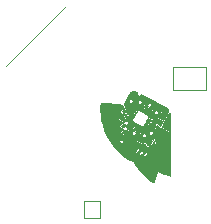
<source format=gbr>
%TF.GenerationSoftware,KiCad,Pcbnew,8.0.2*%
%TF.CreationDate,2024-07-18T23:51:49-05:00*%
%TF.ProjectId,MT6701,4d543637-3031-42e6-9b69-6361645f7063,rev?*%
%TF.SameCoordinates,Original*%
%TF.FileFunction,Legend,Bot*%
%TF.FilePolarity,Positive*%
%FSLAX46Y46*%
G04 Gerber Fmt 4.6, Leading zero omitted, Abs format (unit mm)*
G04 Created by KiCad (PCBNEW 8.0.2) date 2024-07-18 23:51:49*
%MOMM*%
%LPD*%
G01*
G04 APERTURE LIST*
G04 Aperture macros list*
%AMRoundRect*
0 Rectangle with rounded corners*
0 $1 Rounding radius*
0 $2 $3 $4 $5 $6 $7 $8 $9 X,Y pos of 4 corners*
0 Add a 4 corners polygon primitive as box body*
4,1,4,$2,$3,$4,$5,$6,$7,$8,$9,$2,$3,0*
0 Add four circle primitives for the rounded corners*
1,1,$1+$1,$2,$3*
1,1,$1+$1,$4,$5*
1,1,$1+$1,$6,$7*
1,1,$1+$1,$8,$9*
0 Add four rect primitives between the rounded corners*
20,1,$1+$1,$2,$3,$4,$5,0*
20,1,$1+$1,$4,$5,$6,$7,0*
20,1,$1+$1,$6,$7,$8,$9,0*
20,1,$1+$1,$8,$9,$2,$3,0*%
%AMFreePoly0*
4,1,6,1.000000,0.000000,0.500000,-0.750000,-0.500000,-0.750000,-0.500000,0.750000,0.500000,0.750000,1.000000,0.000000,1.000000,0.000000,$1*%
%AMFreePoly1*
4,1,6,0.500000,-0.750000,-0.650000,-0.750000,-0.150000,0.000000,-0.650000,0.750000,0.500000,0.750000,0.500000,-0.750000,0.500000,-0.750000,$1*%
G04 Aperture macros list end*
%ADD10C,0.010000*%
%ADD11C,0.120000*%
%ADD12C,0.050000*%
%ADD13O,7.000000X4.000000*%
%ADD14O,4.000000X7.000000*%
%ADD15R,1.000000X1.000000*%
%ADD16FreePoly0,180.000000*%
%ADD17FreePoly1,180.000000*%
%ADD18RoundRect,0.150000X0.388909X-0.601041X0.601041X-0.388909X-0.388909X0.601041X-0.601041X0.388909X0*%
%ADD19RoundRect,0.250000X0.601041X-0.954594X0.954594X-0.601041X-0.601041X0.954594X-0.954594X0.601041X0*%
G04 APERTURE END LIST*
D10*
%TO.C,G\u002A\u002A\u002A*%
X150212024Y-149119710D02*
X150201441Y-149130294D01*
X150190857Y-149119710D01*
X150201441Y-149109127D01*
X150212024Y-149119710D01*
G36*
X150212024Y-149119710D02*
G01*
X150201441Y-149130294D01*
X150190857Y-149119710D01*
X150201441Y-149109127D01*
X150212024Y-149119710D01*
G37*
X152519191Y-148929210D02*
X152508607Y-148939794D01*
X152498024Y-148929210D01*
X152508607Y-148918627D01*
X152519191Y-148929210D01*
G36*
X152519191Y-148929210D02*
G01*
X152508607Y-148939794D01*
X152498024Y-148929210D01*
X152508607Y-148918627D01*
X152519191Y-148929210D01*
G37*
X152730857Y-148548210D02*
X152720274Y-148558794D01*
X152709691Y-148548210D01*
X152720274Y-148537627D01*
X152730857Y-148548210D01*
G36*
X152730857Y-148548210D02*
G01*
X152720274Y-148558794D01*
X152709691Y-148548210D01*
X152720274Y-148537627D01*
X152730857Y-148548210D01*
G37*
X152836691Y-148357710D02*
X152826107Y-148368294D01*
X152815524Y-148357710D01*
X152826107Y-148347127D01*
X152836691Y-148357710D01*
G36*
X152836691Y-148357710D02*
G01*
X152826107Y-148368294D01*
X152815524Y-148357710D01*
X152826107Y-148347127D01*
X152836691Y-148357710D01*
G37*
X149972498Y-148290428D02*
X150014166Y-148311719D01*
X150083069Y-148350184D01*
X150130511Y-148381181D01*
X150148053Y-148399469D01*
X150138139Y-148426507D01*
X150111012Y-148468445D01*
X150074441Y-148515681D01*
X149729823Y-148338031D01*
X149531715Y-148375962D01*
X149486821Y-148384568D01*
X149397298Y-148401787D01*
X149324237Y-148415916D01*
X149280198Y-148424529D01*
X149270367Y-148426141D01*
X149236151Y-148422145D01*
X149202383Y-148395898D01*
X149158489Y-148340061D01*
X149130927Y-148300564D01*
X149101582Y-148254964D01*
X149090191Y-148231910D01*
X149094465Y-148230260D01*
X149124500Y-148241135D01*
X149173809Y-148266988D01*
X149257428Y-148315112D01*
X149526950Y-148259120D01*
X149796473Y-148203128D01*
X149972498Y-148290428D01*
G36*
X149972498Y-148290428D02*
G01*
X150014166Y-148311719D01*
X150083069Y-148350184D01*
X150130511Y-148381181D01*
X150148053Y-148399469D01*
X150138139Y-148426507D01*
X150111012Y-148468445D01*
X150074441Y-148515681D01*
X149729823Y-148338031D01*
X149531715Y-148375962D01*
X149486821Y-148384568D01*
X149397298Y-148401787D01*
X149324237Y-148415916D01*
X149280198Y-148424529D01*
X149270367Y-148426141D01*
X149236151Y-148422145D01*
X149202383Y-148395898D01*
X149158489Y-148340061D01*
X149130927Y-148300564D01*
X149101582Y-148254964D01*
X149090191Y-148231910D01*
X149094465Y-148230260D01*
X149124500Y-148241135D01*
X149173809Y-148266988D01*
X149257428Y-148315112D01*
X149526950Y-148259120D01*
X149796473Y-148203128D01*
X149972498Y-148290428D01*
G37*
X152749281Y-147776947D02*
X152793242Y-147799311D01*
X152845633Y-147840442D01*
X152893032Y-147888752D01*
X152922016Y-147932650D01*
X152924088Y-147937995D01*
X152940069Y-148032077D01*
X152928001Y-148138649D01*
X152889607Y-148241294D01*
X152869473Y-148276865D01*
X152846844Y-148310038D01*
X152837647Y-148313300D01*
X152835377Y-148307128D01*
X152807148Y-148281783D01*
X152757215Y-148254218D01*
X152731680Y-148241785D01*
X152693101Y-148213196D01*
X152666684Y-148170091D01*
X152642421Y-148098930D01*
X152638876Y-148086917D01*
X152621819Y-148022960D01*
X152618557Y-147978805D01*
X152630424Y-147936366D01*
X152658753Y-147877554D01*
X152681138Y-147838008D01*
X152714698Y-147793105D01*
X152740173Y-147775627D01*
X152749281Y-147776947D01*
G36*
X152749281Y-147776947D02*
G01*
X152793242Y-147799311D01*
X152845633Y-147840442D01*
X152893032Y-147888752D01*
X152922016Y-147932650D01*
X152924088Y-147937995D01*
X152940069Y-148032077D01*
X152928001Y-148138649D01*
X152889607Y-148241294D01*
X152869473Y-148276865D01*
X152846844Y-148310038D01*
X152837647Y-148313300D01*
X152835377Y-148307128D01*
X152807148Y-148281783D01*
X152757215Y-148254218D01*
X152731680Y-148241785D01*
X152693101Y-148213196D01*
X152666684Y-148170091D01*
X152642421Y-148098930D01*
X152638876Y-148086917D01*
X152621819Y-148022960D01*
X152618557Y-147978805D01*
X152630424Y-147936366D01*
X152658753Y-147877554D01*
X152681138Y-147838008D01*
X152714698Y-147793105D01*
X152740173Y-147775627D01*
X152749281Y-147776947D01*
G37*
X149874200Y-148516884D02*
X150043359Y-148601936D01*
X150010731Y-148665031D01*
X150007934Y-148670349D01*
X149982504Y-148711327D01*
X149964806Y-148728127D01*
X149964071Y-148728052D01*
X149937684Y-148716885D01*
X149885863Y-148690450D01*
X149819035Y-148654044D01*
X149744469Y-148617004D01*
X149675069Y-148590540D01*
X149626501Y-148580722D01*
X149594348Y-148583741D01*
X149525082Y-148594602D01*
X149434765Y-148611461D01*
X149334732Y-148632313D01*
X149252588Y-148649410D01*
X149170848Y-148664273D01*
X149112187Y-148672430D01*
X149085679Y-148672422D01*
X149078460Y-148666127D01*
X149081679Y-148641406D01*
X149118877Y-148610507D01*
X149184589Y-148576021D01*
X149273350Y-148540538D01*
X149379694Y-148506647D01*
X149498157Y-148476940D01*
X149705040Y-148431832D01*
X149874200Y-148516884D01*
G36*
X149874200Y-148516884D02*
G01*
X150043359Y-148601936D01*
X150010731Y-148665031D01*
X150007934Y-148670349D01*
X149982504Y-148711327D01*
X149964806Y-148728127D01*
X149964071Y-148728052D01*
X149937684Y-148716885D01*
X149885863Y-148690450D01*
X149819035Y-148654044D01*
X149744469Y-148617004D01*
X149675069Y-148590540D01*
X149626501Y-148580722D01*
X149594348Y-148583741D01*
X149525082Y-148594602D01*
X149434765Y-148611461D01*
X149334732Y-148632313D01*
X149252588Y-148649410D01*
X149170848Y-148664273D01*
X149112187Y-148672430D01*
X149085679Y-148672422D01*
X149078460Y-148666127D01*
X149081679Y-148641406D01*
X149118877Y-148610507D01*
X149184589Y-148576021D01*
X149273350Y-148540538D01*
X149379694Y-148506647D01*
X149498157Y-148476940D01*
X149705040Y-148431832D01*
X149874200Y-148516884D01*
G37*
X153053778Y-148266956D02*
X153066881Y-148272205D01*
X153072050Y-148273911D01*
X153082792Y-148279366D01*
X153091404Y-148290070D01*
X153098121Y-148310144D01*
X153103179Y-148343707D01*
X153106812Y-148394880D01*
X153109256Y-148467785D01*
X153110747Y-148566540D01*
X153111521Y-148695267D01*
X153111812Y-148858087D01*
X153111857Y-149059119D01*
X153111857Y-149831759D01*
X152947816Y-149741395D01*
X152913274Y-149722323D01*
X152791176Y-149654213D01*
X152676067Y-149589008D01*
X152573971Y-149530202D01*
X152490913Y-149481289D01*
X152432915Y-149445763D01*
X152406002Y-149427118D01*
X152405505Y-149424143D01*
X152416392Y-149391797D01*
X152444812Y-149328625D01*
X152488405Y-149239373D01*
X152544812Y-149128786D01*
X152611676Y-149001609D01*
X152686635Y-148862588D01*
X152764466Y-148719815D01*
X152839762Y-148581700D01*
X152898842Y-148473962D01*
X152944033Y-148392990D01*
X152977661Y-148335171D01*
X153002052Y-148296894D01*
X153019533Y-148274545D01*
X153032430Y-148264514D01*
X153043069Y-148263189D01*
X153053778Y-148266956D01*
G36*
X153053778Y-148266956D02*
G01*
X153066881Y-148272205D01*
X153072050Y-148273911D01*
X153082792Y-148279366D01*
X153091404Y-148290070D01*
X153098121Y-148310144D01*
X153103179Y-148343707D01*
X153106812Y-148394880D01*
X153109256Y-148467785D01*
X153110747Y-148566540D01*
X153111521Y-148695267D01*
X153111812Y-148858087D01*
X153111857Y-149059119D01*
X153111857Y-149831759D01*
X152947816Y-149741395D01*
X152913274Y-149722323D01*
X152791176Y-149654213D01*
X152676067Y-149589008D01*
X152573971Y-149530202D01*
X152490913Y-149481289D01*
X152432915Y-149445763D01*
X152406002Y-149427118D01*
X152405505Y-149424143D01*
X152416392Y-149391797D01*
X152444812Y-149328625D01*
X152488405Y-149239373D01*
X152544812Y-149128786D01*
X152611676Y-149001609D01*
X152686635Y-148862588D01*
X152764466Y-148719815D01*
X152839762Y-148581700D01*
X152898842Y-148473962D01*
X152944033Y-148392990D01*
X152977661Y-148335171D01*
X153002052Y-148296894D01*
X153019533Y-148274545D01*
X153032430Y-148264514D01*
X153043069Y-148263189D01*
X153053778Y-148266956D01*
G37*
X149778795Y-148733207D02*
X149816123Y-148751774D01*
X149871541Y-148782060D01*
X149899618Y-148805947D01*
X149907814Y-148831397D01*
X149903587Y-148866367D01*
X149901201Y-148917569D01*
X149924656Y-148959618D01*
X149943666Y-148978052D01*
X149958024Y-149002126D01*
X149957974Y-149003249D01*
X149947108Y-149034353D01*
X149921873Y-149084934D01*
X149888968Y-149143543D01*
X149855092Y-149198731D01*
X149826942Y-149239048D01*
X149811218Y-149253047D01*
X149789531Y-149242445D01*
X149740295Y-149217078D01*
X149675840Y-149183210D01*
X149610204Y-149144836D01*
X149568503Y-149108598D01*
X149555907Y-149074940D01*
X149554082Y-149057265D01*
X149526750Y-148995945D01*
X149476985Y-148941480D01*
X149418174Y-148909910D01*
X149376147Y-148906318D01*
X149301994Y-148929923D01*
X149236152Y-148987408D01*
X149229949Y-148995023D01*
X149213596Y-149009340D01*
X149193615Y-149009995D01*
X149162767Y-148993646D01*
X149113818Y-148956948D01*
X149039529Y-148896558D01*
X148971240Y-148839646D01*
X148923726Y-148796399D01*
X148900730Y-148767739D01*
X148897585Y-148747694D01*
X148909624Y-148730289D01*
X148912817Y-148727146D01*
X148937617Y-148710478D01*
X148967743Y-148713883D01*
X149018497Y-148738517D01*
X149094609Y-148779506D01*
X149641703Y-148665604D01*
X149778795Y-148733207D01*
G36*
X149778795Y-148733207D02*
G01*
X149816123Y-148751774D01*
X149871541Y-148782060D01*
X149899618Y-148805947D01*
X149907814Y-148831397D01*
X149903587Y-148866367D01*
X149901201Y-148917569D01*
X149924656Y-148959618D01*
X149943666Y-148978052D01*
X149958024Y-149002126D01*
X149957974Y-149003249D01*
X149947108Y-149034353D01*
X149921873Y-149084934D01*
X149888968Y-149143543D01*
X149855092Y-149198731D01*
X149826942Y-149239048D01*
X149811218Y-149253047D01*
X149789531Y-149242445D01*
X149740295Y-149217078D01*
X149675840Y-149183210D01*
X149610204Y-149144836D01*
X149568503Y-149108598D01*
X149555907Y-149074940D01*
X149554082Y-149057265D01*
X149526750Y-148995945D01*
X149476985Y-148941480D01*
X149418174Y-148909910D01*
X149376147Y-148906318D01*
X149301994Y-148929923D01*
X149236152Y-148987408D01*
X149229949Y-148995023D01*
X149213596Y-149009340D01*
X149193615Y-149009995D01*
X149162767Y-148993646D01*
X149113818Y-148956948D01*
X149039529Y-148896558D01*
X148971240Y-148839646D01*
X148923726Y-148796399D01*
X148900730Y-148767739D01*
X148897585Y-148747694D01*
X148909624Y-148730289D01*
X148912817Y-148727146D01*
X148937617Y-148710478D01*
X148967743Y-148713883D01*
X149018497Y-148738517D01*
X149094609Y-148779506D01*
X149641703Y-148665604D01*
X149778795Y-148733207D01*
G37*
X150074039Y-149052283D02*
X150115778Y-149070191D01*
X150152596Y-149091724D01*
X150169691Y-149112301D01*
X150161142Y-149134093D01*
X150135571Y-149185614D01*
X150097068Y-149258434D01*
X150049773Y-149344536D01*
X149929856Y-149559226D01*
X149773608Y-149630430D01*
X149617360Y-149701635D01*
X149533692Y-149658951D01*
X149504251Y-149642639D01*
X149462217Y-149606586D01*
X149450024Y-149565511D01*
X149446188Y-149515986D01*
X149419873Y-149457177D01*
X149361734Y-149414170D01*
X149324958Y-149399655D01*
X149246684Y-149398985D01*
X149172884Y-149439991D01*
X149165785Y-149445786D01*
X149139304Y-149456766D01*
X149101990Y-149450612D01*
X149040592Y-149425914D01*
X149004389Y-149409512D01*
X148959542Y-149387678D01*
X148942024Y-149376802D01*
X148943444Y-149374969D01*
X148967687Y-149354763D01*
X149015740Y-149317798D01*
X149079507Y-149270344D01*
X149216991Y-149169397D01*
X149272862Y-149213345D01*
X149318226Y-149241517D01*
X149392156Y-149255109D01*
X149461853Y-149227236D01*
X149472983Y-149219915D01*
X149497778Y-149212449D01*
X149531382Y-149218355D01*
X149583152Y-149240099D01*
X149662448Y-149280153D01*
X149688995Y-149293784D01*
X149761610Y-149329189D01*
X149817785Y-149353863D01*
X149847110Y-149363127D01*
X149853005Y-149360572D01*
X149879607Y-149331344D01*
X149917115Y-149276385D01*
X149959390Y-149204377D01*
X149975699Y-149174903D01*
X150013412Y-149108784D01*
X150041278Y-149062841D01*
X150054191Y-149045627D01*
X150074039Y-149052283D01*
G36*
X150074039Y-149052283D02*
G01*
X150115778Y-149070191D01*
X150152596Y-149091724D01*
X150169691Y-149112301D01*
X150161142Y-149134093D01*
X150135571Y-149185614D01*
X150097068Y-149258434D01*
X150049773Y-149344536D01*
X149929856Y-149559226D01*
X149773608Y-149630430D01*
X149617360Y-149701635D01*
X149533692Y-149658951D01*
X149504251Y-149642639D01*
X149462217Y-149606586D01*
X149450024Y-149565511D01*
X149446188Y-149515986D01*
X149419873Y-149457177D01*
X149361734Y-149414170D01*
X149324958Y-149399655D01*
X149246684Y-149398985D01*
X149172884Y-149439991D01*
X149165785Y-149445786D01*
X149139304Y-149456766D01*
X149101990Y-149450612D01*
X149040592Y-149425914D01*
X149004389Y-149409512D01*
X148959542Y-149387678D01*
X148942024Y-149376802D01*
X148943444Y-149374969D01*
X148967687Y-149354763D01*
X149015740Y-149317798D01*
X149079507Y-149270344D01*
X149216991Y-149169397D01*
X149272862Y-149213345D01*
X149318226Y-149241517D01*
X149392156Y-149255109D01*
X149461853Y-149227236D01*
X149472983Y-149219915D01*
X149497778Y-149212449D01*
X149531382Y-149218355D01*
X149583152Y-149240099D01*
X149662448Y-149280153D01*
X149688995Y-149293784D01*
X149761610Y-149329189D01*
X149817785Y-149353863D01*
X149847110Y-149363127D01*
X149853005Y-149360572D01*
X149879607Y-149331344D01*
X149917115Y-149276385D01*
X149959390Y-149204377D01*
X149975699Y-149174903D01*
X150013412Y-149108784D01*
X150041278Y-149062841D01*
X150054191Y-149045627D01*
X150074039Y-149052283D01*
G37*
X151358811Y-148763775D02*
X151488557Y-148839817D01*
X151765749Y-148775937D01*
X152042941Y-148712056D01*
X152244024Y-148818158D01*
X152308456Y-148852513D01*
X152385287Y-148894511D01*
X152442760Y-148927160D01*
X152471773Y-148945374D01*
X152479979Y-148964050D01*
X152472290Y-149000138D01*
X152446403Y-149059707D01*
X152400143Y-149148932D01*
X152351949Y-149236949D01*
X152308344Y-149311888D01*
X152280774Y-149351869D01*
X152267982Y-149358660D01*
X152268713Y-149334033D01*
X152266501Y-149315515D01*
X152243648Y-149287201D01*
X152193012Y-149250785D01*
X152109132Y-149201741D01*
X152075148Y-149183242D01*
X152000376Y-149145314D01*
X151941175Y-149119034D01*
X151908049Y-149109236D01*
X151875123Y-149113444D01*
X151810099Y-149124948D01*
X151722537Y-149141981D01*
X151621885Y-149162774D01*
X151370163Y-149216204D01*
X151219718Y-149127765D01*
X151196553Y-149114124D01*
X151130122Y-149074720D01*
X151081932Y-149045705D01*
X151061133Y-149032571D01*
X151060573Y-149031836D01*
X151063749Y-149006925D01*
X151079746Y-148961228D01*
X151106500Y-148896639D01*
X151265689Y-148984007D01*
X151424879Y-149071376D01*
X151692841Y-149013256D01*
X151960803Y-148955137D01*
X152161251Y-149063195D01*
X152191470Y-149079446D01*
X152270688Y-149120967D01*
X152322444Y-149144769D01*
X152354044Y-149153101D01*
X152372794Y-149148209D01*
X152385999Y-149132342D01*
X152389501Y-149126115D01*
X152392393Y-149108045D01*
X152379238Y-149088162D01*
X152344620Y-149062106D01*
X152283127Y-149025521D01*
X152189342Y-148974048D01*
X151968385Y-148854664D01*
X151732943Y-148907812D01*
X151648908Y-148926207D01*
X151560509Y-148944211D01*
X151492989Y-148956447D01*
X151456515Y-148960960D01*
X151454787Y-148960916D01*
X151413988Y-148950154D01*
X151354917Y-148924744D01*
X151289018Y-148890938D01*
X151227732Y-148854983D01*
X151182504Y-148823130D01*
X151164775Y-148801628D01*
X151172501Y-148776155D01*
X151196795Y-148733806D01*
X151229066Y-148687733D01*
X151358811Y-148763775D01*
G36*
X151358811Y-148763775D02*
G01*
X151488557Y-148839817D01*
X151765749Y-148775937D01*
X152042941Y-148712056D01*
X152244024Y-148818158D01*
X152308456Y-148852513D01*
X152385287Y-148894511D01*
X152442760Y-148927160D01*
X152471773Y-148945374D01*
X152479979Y-148964050D01*
X152472290Y-149000138D01*
X152446403Y-149059707D01*
X152400143Y-149148932D01*
X152351949Y-149236949D01*
X152308344Y-149311888D01*
X152280774Y-149351869D01*
X152267982Y-149358660D01*
X152268713Y-149334033D01*
X152266501Y-149315515D01*
X152243648Y-149287201D01*
X152193012Y-149250785D01*
X152109132Y-149201741D01*
X152075148Y-149183242D01*
X152000376Y-149145314D01*
X151941175Y-149119034D01*
X151908049Y-149109236D01*
X151875123Y-149113444D01*
X151810099Y-149124948D01*
X151722537Y-149141981D01*
X151621885Y-149162774D01*
X151370163Y-149216204D01*
X151219718Y-149127765D01*
X151196553Y-149114124D01*
X151130122Y-149074720D01*
X151081932Y-149045705D01*
X151061133Y-149032571D01*
X151060573Y-149031836D01*
X151063749Y-149006925D01*
X151079746Y-148961228D01*
X151106500Y-148896639D01*
X151265689Y-148984007D01*
X151424879Y-149071376D01*
X151692841Y-149013256D01*
X151960803Y-148955137D01*
X152161251Y-149063195D01*
X152191470Y-149079446D01*
X152270688Y-149120967D01*
X152322444Y-149144769D01*
X152354044Y-149153101D01*
X152372794Y-149148209D01*
X152385999Y-149132342D01*
X152389501Y-149126115D01*
X152392393Y-149108045D01*
X152379238Y-149088162D01*
X152344620Y-149062106D01*
X152283127Y-149025521D01*
X152189342Y-148974048D01*
X151968385Y-148854664D01*
X151732943Y-148907812D01*
X151648908Y-148926207D01*
X151560509Y-148944211D01*
X151492989Y-148956447D01*
X151456515Y-148960960D01*
X151454787Y-148960916D01*
X151413988Y-148950154D01*
X151354917Y-148924744D01*
X151289018Y-148890938D01*
X151227732Y-148854983D01*
X151182504Y-148823130D01*
X151164775Y-148801628D01*
X151172501Y-148776155D01*
X151196795Y-148733806D01*
X151229066Y-148687733D01*
X151358811Y-148763775D01*
G37*
X151030716Y-149128413D02*
X151074880Y-149148144D01*
X151142010Y-149186145D01*
X151238790Y-149244143D01*
X151357617Y-149315723D01*
X151594446Y-149265451D01*
X151680424Y-149247549D01*
X151764910Y-149230740D01*
X151826830Y-149219311D01*
X151856784Y-149215070D01*
X151865302Y-149225052D01*
X151858748Y-149268852D01*
X151832002Y-149348572D01*
X151822797Y-149373528D01*
X151772905Y-149535427D01*
X151739470Y-149703699D01*
X151720714Y-149889836D01*
X151714857Y-150105328D01*
X151714857Y-150404815D01*
X151582566Y-150647895D01*
X151526800Y-150747167D01*
X151466105Y-150842687D01*
X151411409Y-150909044D01*
X151356914Y-150951768D01*
X151296817Y-150976389D01*
X151225320Y-150988437D01*
X151122191Y-150998346D01*
X151122191Y-150912868D01*
X151120370Y-150874743D01*
X151102592Y-150820786D01*
X151057066Y-150772592D01*
X150977379Y-150727398D01*
X150896847Y-150723111D01*
X150820081Y-150760127D01*
X150817422Y-150762209D01*
X150777943Y-150790707D01*
X150755749Y-150802460D01*
X150754393Y-150801958D01*
X150726726Y-150788512D01*
X150667090Y-150758500D01*
X150580065Y-150714281D01*
X150470233Y-150658213D01*
X150342173Y-150592654D01*
X150200467Y-150519962D01*
X150049695Y-150442496D01*
X149894437Y-150362612D01*
X149739275Y-150282671D01*
X149588789Y-150205028D01*
X149447559Y-150132043D01*
X149320167Y-150066074D01*
X149211193Y-150009479D01*
X149125218Y-149964615D01*
X149066822Y-149933841D01*
X149058502Y-149929298D01*
X149859425Y-149929298D01*
X149861817Y-150001260D01*
X149899816Y-150069867D01*
X149919696Y-150089387D01*
X149988151Y-150126771D01*
X150057928Y-150129974D01*
X150120861Y-150103871D01*
X150168784Y-150053336D01*
X150193532Y-149983243D01*
X150186939Y-149898468D01*
X150181179Y-149871720D01*
X150181111Y-149839534D01*
X150190925Y-149799968D01*
X150213252Y-149745597D01*
X150220479Y-149730824D01*
X150398150Y-149730824D01*
X150468452Y-149876146D01*
X150503819Y-149945072D01*
X150542554Y-150003001D01*
X150587628Y-150045378D01*
X150650556Y-150085434D01*
X150689978Y-150109774D01*
X150743329Y-150153041D01*
X150762357Y-150187326D01*
X150762369Y-150188231D01*
X150775586Y-150231221D01*
X150806227Y-150281022D01*
X150845258Y-150315424D01*
X150915976Y-150338309D01*
X150990712Y-150329234D01*
X151055001Y-150287804D01*
X151093857Y-150222957D01*
X151099460Y-150153971D01*
X151077023Y-150089589D01*
X151032928Y-150037323D01*
X150973557Y-150004681D01*
X150905290Y-149999175D01*
X150834511Y-150028315D01*
X150809662Y-150039849D01*
X150750349Y-150036334D01*
X150684991Y-150000160D01*
X150620214Y-149935734D01*
X150562646Y-149847466D01*
X150500518Y-149728962D01*
X150589639Y-149557659D01*
X150592615Y-149551937D01*
X150633039Y-149472932D01*
X150655670Y-149422718D01*
X150662464Y-149393179D01*
X150655374Y-149376199D01*
X150636354Y-149363661D01*
X150635110Y-149363002D01*
X150614643Y-149356515D01*
X150595317Y-149364651D01*
X150572319Y-149393320D01*
X150540834Y-149448431D01*
X150496049Y-149535895D01*
X150398150Y-149730824D01*
X150220479Y-149730824D01*
X150250727Y-149668993D01*
X150305982Y-149562730D01*
X150323401Y-149529482D01*
X150371167Y-149436677D01*
X150409719Y-149359360D01*
X150435476Y-149304813D01*
X150444857Y-149280319D01*
X150444141Y-149276890D01*
X150423978Y-149256931D01*
X150392248Y-149241052D01*
X150370864Y-149240920D01*
X150368664Y-149244707D01*
X150350883Y-149277549D01*
X150318455Y-149338341D01*
X150274998Y-149420285D01*
X150224130Y-149516585D01*
X150192693Y-149575529D01*
X150137614Y-149673682D01*
X150095914Y-149738945D01*
X150064952Y-149775234D01*
X150042090Y-149786460D01*
X150018450Y-149787787D01*
X149942486Y-149813112D01*
X149887896Y-149863432D01*
X149859425Y-149929298D01*
X149058502Y-149929298D01*
X149040585Y-149919514D01*
X149042630Y-149903885D01*
X149068255Y-149866471D01*
X149112627Y-149816916D01*
X149133352Y-149796195D01*
X149182838Y-149753396D01*
X149221322Y-149735673D01*
X149260188Y-149736851D01*
X149308058Y-149738332D01*
X149365198Y-149723045D01*
X149373402Y-149718918D01*
X149407592Y-149710644D01*
X149448896Y-149720584D01*
X149511310Y-149751462D01*
X149610077Y-149805218D01*
X149802496Y-149720554D01*
X149994916Y-149635891D01*
X150119345Y-149409551D01*
X150120461Y-149407520D01*
X150168157Y-149318257D01*
X150206758Y-149241422D01*
X150232338Y-149185148D01*
X150240970Y-149157570D01*
X150255106Y-149154475D01*
X150303929Y-149172643D01*
X150370864Y-149204924D01*
X150386625Y-149212525D01*
X150502213Y-149273645D01*
X150614643Y-149336060D01*
X150649710Y-149355527D01*
X150663982Y-149363362D01*
X150752708Y-149398890D01*
X150818989Y-149398833D01*
X150863229Y-149363206D01*
X150864166Y-149361708D01*
X150880760Y-149339542D01*
X150900372Y-149334135D01*
X150934273Y-149346858D01*
X150993733Y-149379081D01*
X151045002Y-149410670D01*
X151085646Y-149448979D01*
X151109003Y-149498216D01*
X151119657Y-149568801D01*
X151122191Y-149671153D01*
X151122304Y-149689021D01*
X151127291Y-149752903D01*
X151143651Y-149793515D01*
X151176853Y-149826385D01*
X151226561Y-149860054D01*
X151272103Y-149882264D01*
X151297143Y-149898863D01*
X151312691Y-149947599D01*
X151319630Y-149988237D01*
X151358105Y-150046476D01*
X151420890Y-150086883D01*
X151497219Y-150103611D01*
X151576326Y-150090812D01*
X151598504Y-150076968D01*
X151636029Y-150027367D01*
X151659246Y-149963185D01*
X151660011Y-149902725D01*
X151653622Y-149882957D01*
X151609857Y-149820218D01*
X151544500Y-149780177D01*
X151470173Y-149768296D01*
X151399500Y-149790034D01*
X151393136Y-149793770D01*
X151351157Y-149803741D01*
X151295221Y-149787992D01*
X151269171Y-149775140D01*
X151246922Y-149754649D01*
X151231191Y-149721178D01*
X151219823Y-149667403D01*
X151210662Y-149585997D01*
X151201553Y-149469636D01*
X151197000Y-149437976D01*
X151180615Y-149400964D01*
X151146314Y-149365590D01*
X151087285Y-149325337D01*
X150996714Y-149273687D01*
X150982934Y-149266086D01*
X150947989Y-149242081D01*
X150943329Y-149216733D01*
X150963279Y-149172938D01*
X150969182Y-149161565D01*
X150984551Y-149136851D01*
X151002834Y-149125225D01*
X151030716Y-149128413D01*
G36*
X151030716Y-149128413D02*
G01*
X151074880Y-149148144D01*
X151142010Y-149186145D01*
X151238790Y-149244143D01*
X151357617Y-149315723D01*
X151594446Y-149265451D01*
X151680424Y-149247549D01*
X151764910Y-149230740D01*
X151826830Y-149219311D01*
X151856784Y-149215070D01*
X151865302Y-149225052D01*
X151858748Y-149268852D01*
X151832002Y-149348572D01*
X151822797Y-149373528D01*
X151772905Y-149535427D01*
X151739470Y-149703699D01*
X151720714Y-149889836D01*
X151714857Y-150105328D01*
X151714857Y-150404815D01*
X151582566Y-150647895D01*
X151526800Y-150747167D01*
X151466105Y-150842687D01*
X151411409Y-150909044D01*
X151356914Y-150951768D01*
X151296817Y-150976389D01*
X151225320Y-150988437D01*
X151122191Y-150998346D01*
X151122191Y-150912868D01*
X151120370Y-150874743D01*
X151102592Y-150820786D01*
X151057066Y-150772592D01*
X150977379Y-150727398D01*
X150896847Y-150723111D01*
X150820081Y-150760127D01*
X150817422Y-150762209D01*
X150777943Y-150790707D01*
X150755749Y-150802460D01*
X150754393Y-150801958D01*
X150726726Y-150788512D01*
X150667090Y-150758500D01*
X150580065Y-150714281D01*
X150470233Y-150658213D01*
X150342173Y-150592654D01*
X150200467Y-150519962D01*
X150049695Y-150442496D01*
X149894437Y-150362612D01*
X149739275Y-150282671D01*
X149588789Y-150205028D01*
X149447559Y-150132043D01*
X149320167Y-150066074D01*
X149211193Y-150009479D01*
X149125218Y-149964615D01*
X149066822Y-149933841D01*
X149058502Y-149929298D01*
X149859425Y-149929298D01*
X149861817Y-150001260D01*
X149899816Y-150069867D01*
X149919696Y-150089387D01*
X149988151Y-150126771D01*
X150057928Y-150129974D01*
X150120861Y-150103871D01*
X150168784Y-150053336D01*
X150193532Y-149983243D01*
X150186939Y-149898468D01*
X150181179Y-149871720D01*
X150181111Y-149839534D01*
X150190925Y-149799968D01*
X150213252Y-149745597D01*
X150220479Y-149730824D01*
X150398150Y-149730824D01*
X150468452Y-149876146D01*
X150503819Y-149945072D01*
X150542554Y-150003001D01*
X150587628Y-150045378D01*
X150650556Y-150085434D01*
X150689978Y-150109774D01*
X150743329Y-150153041D01*
X150762357Y-150187326D01*
X150762369Y-150188231D01*
X150775586Y-150231221D01*
X150806227Y-150281022D01*
X150845258Y-150315424D01*
X150915976Y-150338309D01*
X150990712Y-150329234D01*
X151055001Y-150287804D01*
X151093857Y-150222957D01*
X151099460Y-150153971D01*
X151077023Y-150089589D01*
X151032928Y-150037323D01*
X150973557Y-150004681D01*
X150905290Y-149999175D01*
X150834511Y-150028315D01*
X150809662Y-150039849D01*
X150750349Y-150036334D01*
X150684991Y-150000160D01*
X150620214Y-149935734D01*
X150562646Y-149847466D01*
X150500518Y-149728962D01*
X150589639Y-149557659D01*
X150592615Y-149551937D01*
X150633039Y-149472932D01*
X150655670Y-149422718D01*
X150662464Y-149393179D01*
X150655374Y-149376199D01*
X150636354Y-149363661D01*
X150635110Y-149363002D01*
X150614643Y-149356515D01*
X150595317Y-149364651D01*
X150572319Y-149393320D01*
X150540834Y-149448431D01*
X150496049Y-149535895D01*
X150398150Y-149730824D01*
X150220479Y-149730824D01*
X150250727Y-149668993D01*
X150305982Y-149562730D01*
X150323401Y-149529482D01*
X150371167Y-149436677D01*
X150409719Y-149359360D01*
X150435476Y-149304813D01*
X150444857Y-149280319D01*
X150444141Y-149276890D01*
X150423978Y-149256931D01*
X150392248Y-149241052D01*
X150370864Y-149240920D01*
X150368664Y-149244707D01*
X150350883Y-149277549D01*
X150318455Y-149338341D01*
X150274998Y-149420285D01*
X150224130Y-149516585D01*
X150192693Y-149575529D01*
X150137614Y-149673682D01*
X150095914Y-149738945D01*
X150064952Y-149775234D01*
X150042090Y-149786460D01*
X150018450Y-149787787D01*
X149942486Y-149813112D01*
X149887896Y-149863432D01*
X149859425Y-149929298D01*
X149058502Y-149929298D01*
X149040585Y-149919514D01*
X149042630Y-149903885D01*
X149068255Y-149866471D01*
X149112627Y-149816916D01*
X149133352Y-149796195D01*
X149182838Y-149753396D01*
X149221322Y-149735673D01*
X149260188Y-149736851D01*
X149308058Y-149738332D01*
X149365198Y-149723045D01*
X149373402Y-149718918D01*
X149407592Y-149710644D01*
X149448896Y-149720584D01*
X149511310Y-149751462D01*
X149610077Y-149805218D01*
X149802496Y-149720554D01*
X149994916Y-149635891D01*
X150119345Y-149409551D01*
X150120461Y-149407520D01*
X150168157Y-149318257D01*
X150206758Y-149241422D01*
X150232338Y-149185148D01*
X150240970Y-149157570D01*
X150255106Y-149154475D01*
X150303929Y-149172643D01*
X150370864Y-149204924D01*
X150386625Y-149212525D01*
X150502213Y-149273645D01*
X150614643Y-149336060D01*
X150649710Y-149355527D01*
X150663982Y-149363362D01*
X150752708Y-149398890D01*
X150818989Y-149398833D01*
X150863229Y-149363206D01*
X150864166Y-149361708D01*
X150880760Y-149339542D01*
X150900372Y-149334135D01*
X150934273Y-149346858D01*
X150993733Y-149379081D01*
X151045002Y-149410670D01*
X151085646Y-149448979D01*
X151109003Y-149498216D01*
X151119657Y-149568801D01*
X151122191Y-149671153D01*
X151122304Y-149689021D01*
X151127291Y-149752903D01*
X151143651Y-149793515D01*
X151176853Y-149826385D01*
X151226561Y-149860054D01*
X151272103Y-149882264D01*
X151297143Y-149898863D01*
X151312691Y-149947599D01*
X151319630Y-149988237D01*
X151358105Y-150046476D01*
X151420890Y-150086883D01*
X151497219Y-150103611D01*
X151576326Y-150090812D01*
X151598504Y-150076968D01*
X151636029Y-150027367D01*
X151659246Y-149963185D01*
X151660011Y-149902725D01*
X151653622Y-149882957D01*
X151609857Y-149820218D01*
X151544500Y-149780177D01*
X151470173Y-149768296D01*
X151399500Y-149790034D01*
X151393136Y-149793770D01*
X151351157Y-149803741D01*
X151295221Y-149787992D01*
X151269171Y-149775140D01*
X151246922Y-149754649D01*
X151231191Y-149721178D01*
X151219823Y-149667403D01*
X151210662Y-149585997D01*
X151201553Y-149469636D01*
X151197000Y-149437976D01*
X151180615Y-149400964D01*
X151146314Y-149365590D01*
X151087285Y-149325337D01*
X150996714Y-149273687D01*
X150982934Y-149266086D01*
X150947989Y-149242081D01*
X150943329Y-149216733D01*
X150963279Y-149172938D01*
X150969182Y-149161565D01*
X150984551Y-149136851D01*
X151002834Y-149125225D01*
X151030716Y-149128413D01*
G37*
X147656541Y-147420199D02*
X147836527Y-147429636D01*
X148045340Y-147445342D01*
X148279990Y-147467135D01*
X148537487Y-147494832D01*
X148814839Y-147528252D01*
X149015738Y-147553670D01*
X149136757Y-147712273D01*
X149166619Y-147751720D01*
X149213656Y-147815344D01*
X149246243Y-147861450D01*
X149258650Y-147882059D01*
X149248861Y-147888978D01*
X149206607Y-147907695D01*
X149138590Y-147934019D01*
X149053149Y-147964602D01*
X148991031Y-147986448D01*
X148913026Y-148015078D01*
X148856666Y-148037251D01*
X148831188Y-148049438D01*
X148830983Y-148049649D01*
X148837456Y-148071914D01*
X148864991Y-148120674D01*
X148909278Y-148188889D01*
X148966006Y-148269522D01*
X148968166Y-148272492D01*
X149025164Y-148352273D01*
X149070606Y-148418557D01*
X149099934Y-148464512D01*
X149108592Y-148483304D01*
X149089480Y-148495007D01*
X149040535Y-148523163D01*
X148969448Y-148563348D01*
X148883816Y-148611239D01*
X148801009Y-148657675D01*
X148731314Y-148697440D01*
X148684180Y-148725122D01*
X148666857Y-148736534D01*
X148667184Y-148737048D01*
X148686899Y-148754462D01*
X148732666Y-148792367D01*
X148798258Y-148845656D01*
X148877446Y-148909222D01*
X148887587Y-148917344D01*
X148965904Y-148981827D01*
X149029831Y-149037484D01*
X149073018Y-149078605D01*
X149089113Y-149099480D01*
X149080127Y-149113398D01*
X149043180Y-149148846D01*
X148984200Y-149198045D01*
X148910274Y-149254837D01*
X148852926Y-149298144D01*
X148789566Y-149348371D01*
X148746343Y-149385612D01*
X148730357Y-149403981D01*
X148743023Y-149414780D01*
X148787678Y-149439284D01*
X148856952Y-149472562D01*
X148942886Y-149510620D01*
X149015312Y-149542636D01*
X149086384Y-149576759D01*
X149133588Y-149602752D01*
X149149261Y-149616677D01*
X149139305Y-149628854D01*
X149103460Y-149665392D01*
X149048140Y-149718830D01*
X148980171Y-149782475D01*
X148817235Y-149932964D01*
X148894481Y-149973765D01*
X149054255Y-150058155D01*
X149058331Y-150060307D01*
X149133957Y-150099974D01*
X149240941Y-150155758D01*
X149373424Y-150224619D01*
X149525546Y-150303518D01*
X149691446Y-150389416D01*
X149865267Y-150479274D01*
X150041147Y-150570051D01*
X150500771Y-150807077D01*
X150791021Y-150956756D01*
X150831869Y-150909267D01*
X150839174Y-150900775D01*
X150876567Y-150868767D01*
X150930629Y-150847108D01*
X150979125Y-150849080D01*
X151008719Y-150876586D01*
X151010548Y-150885102D01*
X151006058Y-150931433D01*
X150988069Y-150990481D01*
X150955218Y-151072583D01*
X151081934Y-151097513D01*
X151095833Y-151100110D01*
X151185691Y-151105535D01*
X151233442Y-151108417D01*
X151355163Y-151080616D01*
X151463483Y-151015254D01*
X151560887Y-150910881D01*
X151649863Y-150766045D01*
X151678464Y-150710867D01*
X151713994Y-150647281D01*
X151737641Y-150621548D01*
X151754456Y-150633981D01*
X151769492Y-150684894D01*
X151787801Y-150774599D01*
X151803428Y-150851897D01*
X151821794Y-150932192D01*
X151837695Y-150979705D01*
X151854023Y-150999706D01*
X151873667Y-150997467D01*
X151899521Y-150978258D01*
X151943605Y-150940044D01*
X151891053Y-150696627D01*
X151873596Y-150607153D01*
X151844508Y-150387917D01*
X151831903Y-150163388D01*
X151835445Y-149942557D01*
X151854800Y-149734414D01*
X151889633Y-149547949D01*
X151939610Y-149392152D01*
X151970146Y-149319068D01*
X152092310Y-149388723D01*
X152118004Y-149403351D01*
X152189013Y-149443696D01*
X152285988Y-149498733D01*
X152401947Y-149564500D01*
X152529904Y-149637035D01*
X152662876Y-149712377D01*
X153111279Y-149966377D01*
X153111568Y-151770835D01*
X153111556Y-151970159D01*
X153111402Y-152233701D01*
X153111099Y-152482532D01*
X153110658Y-152713583D01*
X153110092Y-152923785D01*
X153109411Y-153110069D01*
X153108628Y-153269365D01*
X153107754Y-153398605D01*
X153106801Y-153494719D01*
X153105781Y-153554638D01*
X153104705Y-153575294D01*
X153089252Y-153570353D01*
X153038687Y-153552883D01*
X152958238Y-153524616D01*
X152853298Y-153487458D01*
X152729259Y-153443312D01*
X152591511Y-153394082D01*
X152085470Y-153212871D01*
X152037850Y-153272374D01*
X152012966Y-153306501D01*
X151950270Y-153418135D01*
X151891386Y-153558195D01*
X151840715Y-153716764D01*
X151823636Y-153778534D01*
X151785230Y-153910329D01*
X151752455Y-154006485D01*
X151722450Y-154071027D01*
X151692354Y-154107982D01*
X151659308Y-154121374D01*
X151620450Y-154115228D01*
X151572919Y-154093569D01*
X151467334Y-154029078D01*
X151325910Y-153923844D01*
X151171088Y-153792046D01*
X151007694Y-153638787D01*
X150840553Y-153469168D01*
X150674488Y-153288294D01*
X150514325Y-153101265D01*
X150364888Y-152913185D01*
X150231002Y-152729157D01*
X150117492Y-152554283D01*
X150018694Y-152390522D01*
X149781984Y-152274629D01*
X149650960Y-152207966D01*
X149375415Y-152048163D01*
X149263751Y-151970214D01*
X150720816Y-151970214D01*
X150810378Y-151956197D01*
X150836631Y-151951601D01*
X150968518Y-151910266D01*
X151070123Y-151844299D01*
X151138066Y-151755767D01*
X151173364Y-151658650D01*
X151185691Y-151536396D01*
X151185691Y-151411469D01*
X151096655Y-151546173D01*
X151082960Y-151566198D01*
X151018756Y-151650673D01*
X150941230Y-151742665D01*
X150864218Y-151825545D01*
X150720816Y-151970214D01*
X149263751Y-151970214D01*
X149118799Y-151869027D01*
X149041454Y-151804754D01*
X150418089Y-151804754D01*
X150429939Y-151819828D01*
X150477328Y-151815661D01*
X150561274Y-151794773D01*
X150632053Y-151769423D01*
X150729871Y-151707832D01*
X150794696Y-151626822D01*
X150812045Y-151580821D01*
X150827737Y-151514706D01*
X150838940Y-151442906D01*
X150844280Y-151377129D01*
X150842382Y-151329078D01*
X150831869Y-151310460D01*
X150831576Y-151310471D01*
X150809645Y-151327664D01*
X150773225Y-151371308D01*
X150730041Y-151432169D01*
X150723507Y-151441835D01*
X150664689Y-151519919D01*
X150591187Y-151607070D01*
X150517337Y-151686169D01*
X150496924Y-151706798D01*
X150440757Y-151767917D01*
X150418089Y-151804754D01*
X149041454Y-151804754D01*
X148871277Y-151663339D01*
X148856543Y-151649127D01*
X150056912Y-151649127D01*
X150129176Y-151648662D01*
X150155453Y-151646947D01*
X150250169Y-151622780D01*
X150343984Y-151577265D01*
X150416370Y-151519627D01*
X150422727Y-151512060D01*
X150458420Y-151453002D01*
X150485044Y-151384544D01*
X150486965Y-151377107D01*
X150497763Y-151318599D01*
X150505302Y-151250856D01*
X150508823Y-151186653D01*
X150507565Y-151138762D01*
X150500771Y-151119960D01*
X150500581Y-151119990D01*
X150485241Y-151137512D01*
X150453733Y-151181100D01*
X150412634Y-151241669D01*
X150401077Y-151258587D01*
X150341566Y-151337260D01*
X150268296Y-151425164D01*
X150194498Y-151506252D01*
X150056912Y-151649127D01*
X148856543Y-151649127D01*
X148623014Y-151423879D01*
X148424974Y-151205958D01*
X148165060Y-150870343D01*
X148017854Y-150642202D01*
X148772691Y-150642202D01*
X148776094Y-150656976D01*
X148801869Y-150701477D01*
X148844657Y-150751660D01*
X148884158Y-150787428D01*
X148936938Y-150816073D01*
X149000127Y-150823627D01*
X149063473Y-150815964D01*
X149118660Y-150784918D01*
X149124082Y-150778832D01*
X149148055Y-150742616D01*
X149147180Y-150706013D01*
X149121875Y-150651785D01*
X149107261Y-150630542D01*
X149047751Y-150579729D01*
X148970844Y-150542039D01*
X148894481Y-150527294D01*
X148837168Y-150544459D01*
X148791315Y-150587488D01*
X148772691Y-150642202D01*
X148017854Y-150642202D01*
X147930907Y-150507450D01*
X147724726Y-150122495D01*
X147548733Y-149720692D01*
X147405139Y-149307257D01*
X147296157Y-148887405D01*
X147224002Y-148466350D01*
X147190886Y-148049307D01*
X147188143Y-147866876D01*
X147193082Y-147717386D01*
X147206498Y-147602942D01*
X147229012Y-147520166D01*
X147261245Y-147465684D01*
X147303821Y-147436118D01*
X147319454Y-147431329D01*
X147395014Y-147420863D01*
X147508373Y-147417214D01*
X147656541Y-147420199D01*
G36*
X147656541Y-147420199D02*
G01*
X147836527Y-147429636D01*
X148045340Y-147445342D01*
X148279990Y-147467135D01*
X148537487Y-147494832D01*
X148814839Y-147528252D01*
X149015738Y-147553670D01*
X149136757Y-147712273D01*
X149166619Y-147751720D01*
X149213656Y-147815344D01*
X149246243Y-147861450D01*
X149258650Y-147882059D01*
X149248861Y-147888978D01*
X149206607Y-147907695D01*
X149138590Y-147934019D01*
X149053149Y-147964602D01*
X148991031Y-147986448D01*
X148913026Y-148015078D01*
X148856666Y-148037251D01*
X148831188Y-148049438D01*
X148830983Y-148049649D01*
X148837456Y-148071914D01*
X148864991Y-148120674D01*
X148909278Y-148188889D01*
X148966006Y-148269522D01*
X148968166Y-148272492D01*
X149025164Y-148352273D01*
X149070606Y-148418557D01*
X149099934Y-148464512D01*
X149108592Y-148483304D01*
X149089480Y-148495007D01*
X149040535Y-148523163D01*
X148969448Y-148563348D01*
X148883816Y-148611239D01*
X148801009Y-148657675D01*
X148731314Y-148697440D01*
X148684180Y-148725122D01*
X148666857Y-148736534D01*
X148667184Y-148737048D01*
X148686899Y-148754462D01*
X148732666Y-148792367D01*
X148798258Y-148845656D01*
X148877446Y-148909222D01*
X148887587Y-148917344D01*
X148965904Y-148981827D01*
X149029831Y-149037484D01*
X149073018Y-149078605D01*
X149089113Y-149099480D01*
X149080127Y-149113398D01*
X149043180Y-149148846D01*
X148984200Y-149198045D01*
X148910274Y-149254837D01*
X148852926Y-149298144D01*
X148789566Y-149348371D01*
X148746343Y-149385612D01*
X148730357Y-149403981D01*
X148743023Y-149414780D01*
X148787678Y-149439284D01*
X148856952Y-149472562D01*
X148942886Y-149510620D01*
X149015312Y-149542636D01*
X149086384Y-149576759D01*
X149133588Y-149602752D01*
X149149261Y-149616677D01*
X149139305Y-149628854D01*
X149103460Y-149665392D01*
X149048140Y-149718830D01*
X148980171Y-149782475D01*
X148817235Y-149932964D01*
X148894481Y-149973765D01*
X149054255Y-150058155D01*
X149058331Y-150060307D01*
X149133957Y-150099974D01*
X149240941Y-150155758D01*
X149373424Y-150224619D01*
X149525546Y-150303518D01*
X149691446Y-150389416D01*
X149865267Y-150479274D01*
X150041147Y-150570051D01*
X150500771Y-150807077D01*
X150791021Y-150956756D01*
X150831869Y-150909267D01*
X150839174Y-150900775D01*
X150876567Y-150868767D01*
X150930629Y-150847108D01*
X150979125Y-150849080D01*
X151008719Y-150876586D01*
X151010548Y-150885102D01*
X151006058Y-150931433D01*
X150988069Y-150990481D01*
X150955218Y-151072583D01*
X151081934Y-151097513D01*
X151095833Y-151100110D01*
X151185691Y-151105535D01*
X151233442Y-151108417D01*
X151355163Y-151080616D01*
X151463483Y-151015254D01*
X151560887Y-150910881D01*
X151649863Y-150766045D01*
X151678464Y-150710867D01*
X151713994Y-150647281D01*
X151737641Y-150621548D01*
X151754456Y-150633981D01*
X151769492Y-150684894D01*
X151787801Y-150774599D01*
X151803428Y-150851897D01*
X151821794Y-150932192D01*
X151837695Y-150979705D01*
X151854023Y-150999706D01*
X151873667Y-150997467D01*
X151899521Y-150978258D01*
X151943605Y-150940044D01*
X151891053Y-150696627D01*
X151873596Y-150607153D01*
X151844508Y-150387917D01*
X151831903Y-150163388D01*
X151835445Y-149942557D01*
X151854800Y-149734414D01*
X151889633Y-149547949D01*
X151939610Y-149392152D01*
X151970146Y-149319068D01*
X152092310Y-149388723D01*
X152118004Y-149403351D01*
X152189013Y-149443696D01*
X152285988Y-149498733D01*
X152401947Y-149564500D01*
X152529904Y-149637035D01*
X152662876Y-149712377D01*
X153111279Y-149966377D01*
X153111568Y-151770835D01*
X153111556Y-151970159D01*
X153111402Y-152233701D01*
X153111099Y-152482532D01*
X153110658Y-152713583D01*
X153110092Y-152923785D01*
X153109411Y-153110069D01*
X153108628Y-153269365D01*
X153107754Y-153398605D01*
X153106801Y-153494719D01*
X153105781Y-153554638D01*
X153104705Y-153575294D01*
X153089252Y-153570353D01*
X153038687Y-153552883D01*
X152958238Y-153524616D01*
X152853298Y-153487458D01*
X152729259Y-153443312D01*
X152591511Y-153394082D01*
X152085470Y-153212871D01*
X152037850Y-153272374D01*
X152012966Y-153306501D01*
X151950270Y-153418135D01*
X151891386Y-153558195D01*
X151840715Y-153716764D01*
X151823636Y-153778534D01*
X151785230Y-153910329D01*
X151752455Y-154006485D01*
X151722450Y-154071027D01*
X151692354Y-154107982D01*
X151659308Y-154121374D01*
X151620450Y-154115228D01*
X151572919Y-154093569D01*
X151467334Y-154029078D01*
X151325910Y-153923844D01*
X151171088Y-153792046D01*
X151007694Y-153638787D01*
X150840553Y-153469168D01*
X150674488Y-153288294D01*
X150514325Y-153101265D01*
X150364888Y-152913185D01*
X150231002Y-152729157D01*
X150117492Y-152554283D01*
X150018694Y-152390522D01*
X149781984Y-152274629D01*
X149650960Y-152207966D01*
X149375415Y-152048163D01*
X149263751Y-151970214D01*
X150720816Y-151970214D01*
X150810378Y-151956197D01*
X150836631Y-151951601D01*
X150968518Y-151910266D01*
X151070123Y-151844299D01*
X151138066Y-151755767D01*
X151173364Y-151658650D01*
X151185691Y-151536396D01*
X151185691Y-151411469D01*
X151096655Y-151546173D01*
X151082960Y-151566198D01*
X151018756Y-151650673D01*
X150941230Y-151742665D01*
X150864218Y-151825545D01*
X150720816Y-151970214D01*
X149263751Y-151970214D01*
X149118799Y-151869027D01*
X149041454Y-151804754D01*
X150418089Y-151804754D01*
X150429939Y-151819828D01*
X150477328Y-151815661D01*
X150561274Y-151794773D01*
X150632053Y-151769423D01*
X150729871Y-151707832D01*
X150794696Y-151626822D01*
X150812045Y-151580821D01*
X150827737Y-151514706D01*
X150838940Y-151442906D01*
X150844280Y-151377129D01*
X150842382Y-151329078D01*
X150831869Y-151310460D01*
X150831576Y-151310471D01*
X150809645Y-151327664D01*
X150773225Y-151371308D01*
X150730041Y-151432169D01*
X150723507Y-151441835D01*
X150664689Y-151519919D01*
X150591187Y-151607070D01*
X150517337Y-151686169D01*
X150496924Y-151706798D01*
X150440757Y-151767917D01*
X150418089Y-151804754D01*
X149041454Y-151804754D01*
X148871277Y-151663339D01*
X148856543Y-151649127D01*
X150056912Y-151649127D01*
X150129176Y-151648662D01*
X150155453Y-151646947D01*
X150250169Y-151622780D01*
X150343984Y-151577265D01*
X150416370Y-151519627D01*
X150422727Y-151512060D01*
X150458420Y-151453002D01*
X150485044Y-151384544D01*
X150486965Y-151377107D01*
X150497763Y-151318599D01*
X150505302Y-151250856D01*
X150508823Y-151186653D01*
X150507565Y-151138762D01*
X150500771Y-151119960D01*
X150500581Y-151119990D01*
X150485241Y-151137512D01*
X150453733Y-151181100D01*
X150412634Y-151241669D01*
X150401077Y-151258587D01*
X150341566Y-151337260D01*
X150268296Y-151425164D01*
X150194498Y-151506252D01*
X150056912Y-151649127D01*
X148856543Y-151649127D01*
X148623014Y-151423879D01*
X148424974Y-151205958D01*
X148165060Y-150870343D01*
X148017854Y-150642202D01*
X148772691Y-150642202D01*
X148776094Y-150656976D01*
X148801869Y-150701477D01*
X148844657Y-150751660D01*
X148884158Y-150787428D01*
X148936938Y-150816073D01*
X149000127Y-150823627D01*
X149063473Y-150815964D01*
X149118660Y-150784918D01*
X149124082Y-150778832D01*
X149148055Y-150742616D01*
X149147180Y-150706013D01*
X149121875Y-150651785D01*
X149107261Y-150630542D01*
X149047751Y-150579729D01*
X148970844Y-150542039D01*
X148894481Y-150527294D01*
X148837168Y-150544459D01*
X148791315Y-150587488D01*
X148772691Y-150642202D01*
X148017854Y-150642202D01*
X147930907Y-150507450D01*
X147724726Y-150122495D01*
X147548733Y-149720692D01*
X147405139Y-149307257D01*
X147296157Y-148887405D01*
X147224002Y-148466350D01*
X147190886Y-148049307D01*
X147188143Y-147866876D01*
X147193082Y-147717386D01*
X147206498Y-147602942D01*
X147229012Y-147520166D01*
X147261245Y-147465684D01*
X147303821Y-147436118D01*
X147319454Y-147431329D01*
X147395014Y-147420863D01*
X147508373Y-147417214D01*
X147656541Y-147420199D01*
G37*
X150027558Y-146385357D02*
X150093328Y-146407742D01*
X150166247Y-146440388D01*
X150184546Y-146449662D01*
X150242773Y-146481437D01*
X150272735Y-146506643D01*
X150282472Y-146534834D01*
X150280025Y-146575562D01*
X150283374Y-146656130D01*
X150320809Y-146724647D01*
X150395198Y-146772935D01*
X150460437Y-146791148D01*
X150535871Y-146781058D01*
X150610007Y-146731296D01*
X150658741Y-146686665D01*
X150758174Y-146741466D01*
X150792151Y-146759618D01*
X150861648Y-146796054D01*
X150960748Y-146847647D01*
X151085230Y-146912211D01*
X151230877Y-146987563D01*
X151380711Y-147064929D01*
X151393471Y-147071517D01*
X151568792Y-147161888D01*
X151752623Y-147256493D01*
X152647640Y-147716720D01*
X152583415Y-147830519D01*
X152552248Y-147887832D01*
X152529174Y-147944165D01*
X152523352Y-147996108D01*
X152533627Y-148058466D01*
X152558847Y-148146044D01*
X152580786Y-148211355D01*
X152606738Y-148260228D01*
X152644887Y-148295750D01*
X152707008Y-148332759D01*
X152816136Y-148392475D01*
X152743384Y-148515635D01*
X152595932Y-148434568D01*
X152448481Y-148353501D01*
X152399673Y-148186272D01*
X152393003Y-148163176D01*
X152371446Y-148084753D01*
X152356250Y-148023542D01*
X152350361Y-147991198D01*
X152350954Y-147986018D01*
X152363403Y-147946321D01*
X152388716Y-147882609D01*
X152422563Y-147805990D01*
X152434321Y-147780004D01*
X152462043Y-147712921D01*
X152477365Y-147666177D01*
X152477211Y-147648627D01*
X152467679Y-147647698D01*
X152429393Y-147637207D01*
X152422034Y-147636638D01*
X152397434Y-147656921D01*
X152364271Y-147711455D01*
X152320526Y-147803322D01*
X152241419Y-147980857D01*
X152297813Y-148179867D01*
X152312767Y-148229928D01*
X152341485Y-148313970D01*
X152368352Y-148379026D01*
X152389074Y-148414076D01*
X152390272Y-148415251D01*
X152427779Y-148443194D01*
X152489679Y-148481541D01*
X152563211Y-148522356D01*
X152702481Y-148595437D01*
X152619822Y-148745785D01*
X152587460Y-148803965D01*
X152557070Y-148853450D01*
X152535996Y-148875469D01*
X152518160Y-148875684D01*
X152497486Y-148859755D01*
X152476870Y-148844323D01*
X152421750Y-148809651D01*
X152345761Y-148765757D01*
X152258887Y-148718550D01*
X152059965Y-148613723D01*
X151808036Y-148671216D01*
X151807412Y-148671358D01*
X151707310Y-148693609D01*
X151620652Y-148711782D01*
X151556695Y-148724007D01*
X151524693Y-148728418D01*
X151501712Y-148723094D01*
X151448727Y-148702163D01*
X151383858Y-148670838D01*
X151327596Y-148639960D01*
X151293424Y-148613509D01*
X151282043Y-148585834D01*
X151285293Y-148546658D01*
X151287416Y-148531181D01*
X151282340Y-148482084D01*
X151249046Y-148446775D01*
X151201944Y-148413783D01*
X151269801Y-148295182D01*
X151317606Y-148221543D01*
X151372394Y-148166413D01*
X151445655Y-148121854D01*
X151553652Y-148067128D01*
X151666005Y-148122231D01*
X151688238Y-148133369D01*
X151744110Y-148166500D01*
X151771247Y-148196369D01*
X151778357Y-148231442D01*
X151778390Y-148233403D01*
X151794236Y-148286168D01*
X151830312Y-148337506D01*
X151863288Y-148364353D01*
X151931420Y-148389479D01*
X151998088Y-148383092D01*
X152056579Y-148351623D01*
X152100181Y-148301502D01*
X152122181Y-148239161D01*
X152115868Y-148171029D01*
X152074529Y-148103538D01*
X152020646Y-148065679D01*
X151941869Y-148050907D01*
X151862055Y-148072478D01*
X151852897Y-148076545D01*
X151817977Y-148079097D01*
X151767026Y-148063728D01*
X151690285Y-148027908D01*
X151559034Y-147961652D01*
X151412423Y-148032578D01*
X151346889Y-148066003D01*
X151288743Y-148103709D01*
X151249339Y-148144644D01*
X151216856Y-148198857D01*
X151187784Y-148255448D01*
X151151700Y-148318225D01*
X151119685Y-148349360D01*
X151081523Y-148352123D01*
X151026997Y-148329787D01*
X150945890Y-148285623D01*
X150864723Y-148240818D01*
X150931691Y-148240818D01*
X150933683Y-148247928D01*
X150957435Y-148267040D01*
X150990804Y-148276616D01*
X151011872Y-148268963D01*
X151013948Y-148264545D01*
X151031999Y-148229407D01*
X151064975Y-148166680D01*
X151109074Y-148083573D01*
X151160492Y-147987294D01*
X151164902Y-147979064D01*
X151220406Y-147876679D01*
X151261319Y-147805586D01*
X151292212Y-147759883D01*
X151317650Y-147733670D01*
X151342203Y-147721048D01*
X151370438Y-147716116D01*
X151418661Y-147703371D01*
X151481512Y-147655053D01*
X151482960Y-147653194D01*
X151519691Y-147576766D01*
X151514790Y-147500402D01*
X151468554Y-147429263D01*
X151452749Y-147414822D01*
X151380711Y-147377842D01*
X151306748Y-147381335D01*
X151237645Y-147425415D01*
X151210669Y-147462597D01*
X151188160Y-147528197D01*
X151186587Y-147593410D01*
X151208225Y-147641528D01*
X151210644Y-147645537D01*
X151207884Y-147676179D01*
X151186182Y-147734241D01*
X151144356Y-147822537D01*
X151081225Y-147943883D01*
X151055624Y-147992043D01*
X151006661Y-148085709D01*
X150967347Y-148163034D01*
X150941189Y-148217057D01*
X150931691Y-148240818D01*
X150864723Y-148240818D01*
X150784357Y-148196455D01*
X150881186Y-148003658D01*
X150887228Y-147991613D01*
X150929208Y-147905565D01*
X150954809Y-147844132D01*
X150967083Y-147795833D01*
X150969085Y-147749184D01*
X150963867Y-147692702D01*
X150951943Y-147603119D01*
X150937462Y-147534528D01*
X150917040Y-147488335D01*
X150885886Y-147454116D01*
X150839209Y-147421443D01*
X150809991Y-147403716D01*
X150759920Y-147376929D01*
X150730731Y-147366365D01*
X150730402Y-147366357D01*
X150714853Y-147347247D01*
X150706987Y-147302450D01*
X150700748Y-147269291D01*
X150663455Y-147206471D01*
X150604431Y-147159253D01*
X150537299Y-147140627D01*
X150524921Y-147141945D01*
X150473234Y-147164437D01*
X150419491Y-147205638D01*
X150377280Y-147253599D01*
X150360191Y-147296371D01*
X150363651Y-147334170D01*
X150395606Y-147409123D01*
X150453605Y-147460360D01*
X150528524Y-147481680D01*
X150611236Y-147466887D01*
X150622085Y-147462434D01*
X150668146Y-147448895D01*
X150707975Y-147454672D01*
X150762321Y-147481817D01*
X150802930Y-147507128D01*
X150831585Y-147537558D01*
X150848995Y-147582762D01*
X150863040Y-147656400D01*
X150866974Y-147680972D01*
X150873642Y-147735198D01*
X150872112Y-147779451D01*
X150859660Y-147825670D01*
X150833561Y-147885794D01*
X150791092Y-147971763D01*
X150698086Y-148157315D01*
X150634972Y-148124678D01*
X150629479Y-148121796D01*
X150588605Y-148097182D01*
X150571857Y-148081157D01*
X150573885Y-148073933D01*
X150589728Y-148037406D01*
X150616148Y-147983456D01*
X150623554Y-147968580D01*
X150645324Y-147911759D01*
X150650796Y-147855035D01*
X150642607Y-147777924D01*
X150638187Y-147750131D01*
X150625095Y-147693338D01*
X150608105Y-147666172D01*
X150582441Y-147659210D01*
X150562403Y-147661781D01*
X150548583Y-147677281D01*
X150543913Y-147715515D01*
X150545570Y-147786210D01*
X150543575Y-147883468D01*
X150523748Y-147960764D01*
X150483702Y-148004968D01*
X150421863Y-148019044D01*
X150409891Y-148019234D01*
X150376036Y-148025076D01*
X150348115Y-148045026D01*
X150317910Y-148087038D01*
X150277204Y-148159066D01*
X150201179Y-148299088D01*
X150005269Y-148201801D01*
X149809360Y-148104513D01*
X149539733Y-148160545D01*
X149270107Y-148216576D01*
X149169587Y-148160143D01*
X149129312Y-148136620D01*
X149085911Y-148108321D01*
X149069045Y-148092870D01*
X149073463Y-148088950D01*
X149108059Y-148072619D01*
X149169545Y-148048305D01*
X149248940Y-148019663D01*
X149288308Y-148005623D01*
X149360385Y-147977518D01*
X149410238Y-147954683D01*
X149428857Y-147941054D01*
X149422939Y-147927890D01*
X149396857Y-147885566D01*
X149354750Y-147822691D01*
X149301857Y-147747261D01*
X149264277Y-147693533D01*
X149218137Y-147623609D01*
X149186561Y-147570669D01*
X149174857Y-147543237D01*
X149174923Y-147542349D01*
X149186383Y-147512570D01*
X149215276Y-147452461D01*
X149258339Y-147367999D01*
X149312309Y-147265162D01*
X149333831Y-147224912D01*
X149622649Y-147224912D01*
X149629425Y-147296973D01*
X149671312Y-147363839D01*
X149687314Y-147378093D01*
X149760719Y-147412199D01*
X149839723Y-147408962D01*
X149912448Y-147368169D01*
X149920577Y-147360936D01*
X149946989Y-147341059D01*
X149950073Y-147346244D01*
X149948296Y-147354061D01*
X149967892Y-147385656D01*
X150021369Y-147426279D01*
X150107441Y-147480614D01*
X150095252Y-147707495D01*
X150091209Y-147778170D01*
X150085121Y-147871161D01*
X150079387Y-147945067D01*
X150074848Y-147988290D01*
X150072967Y-148028016D01*
X150081120Y-148064712D01*
X150083308Y-148067527D01*
X150113930Y-148091586D01*
X150162189Y-148121088D01*
X150210675Y-148146084D01*
X150241978Y-148156627D01*
X150252699Y-148148712D01*
X150274264Y-148116648D01*
X150282553Y-148096349D01*
X150274109Y-148072593D01*
X150231983Y-148050293D01*
X150168306Y-148023917D01*
X150180873Y-147778064D01*
X150185941Y-147688065D01*
X150192191Y-147595654D01*
X150198168Y-147524386D01*
X150203072Y-147484836D01*
X150203976Y-147479670D01*
X150199542Y-147447550D01*
X150171250Y-147415309D01*
X150111823Y-147374113D01*
X150069126Y-147348501D01*
X150017468Y-147321146D01*
X149988010Y-147310362D01*
X149987692Y-147310351D01*
X149971710Y-147291080D01*
X149965079Y-147246288D01*
X149962124Y-147216402D01*
X149929760Y-147146169D01*
X149870328Y-147096173D01*
X149794622Y-147077127D01*
X149769451Y-147078779D01*
X149697016Y-147105692D01*
X149646631Y-147157777D01*
X149622649Y-147224912D01*
X149333831Y-147224912D01*
X149373925Y-147149927D01*
X149439923Y-147028271D01*
X149507041Y-146906172D01*
X149572015Y-146789608D01*
X149631585Y-146684555D01*
X149682486Y-146596992D01*
X149721457Y-146532896D01*
X149745234Y-146498244D01*
X149794622Y-146453415D01*
X149804284Y-146444645D01*
X149895913Y-146396641D01*
X149989698Y-146378627D01*
X150027558Y-146385357D01*
G36*
X150027558Y-146385357D02*
G01*
X150093328Y-146407742D01*
X150166247Y-146440388D01*
X150184546Y-146449662D01*
X150242773Y-146481437D01*
X150272735Y-146506643D01*
X150282472Y-146534834D01*
X150280025Y-146575562D01*
X150283374Y-146656130D01*
X150320809Y-146724647D01*
X150395198Y-146772935D01*
X150460437Y-146791148D01*
X150535871Y-146781058D01*
X150610007Y-146731296D01*
X150658741Y-146686665D01*
X150758174Y-146741466D01*
X150792151Y-146759618D01*
X150861648Y-146796054D01*
X150960748Y-146847647D01*
X151085230Y-146912211D01*
X151230877Y-146987563D01*
X151380711Y-147064929D01*
X151393471Y-147071517D01*
X151568792Y-147161888D01*
X151752623Y-147256493D01*
X152647640Y-147716720D01*
X152583415Y-147830519D01*
X152552248Y-147887832D01*
X152529174Y-147944165D01*
X152523352Y-147996108D01*
X152533627Y-148058466D01*
X152558847Y-148146044D01*
X152580786Y-148211355D01*
X152606738Y-148260228D01*
X152644887Y-148295750D01*
X152707008Y-148332759D01*
X152816136Y-148392475D01*
X152743384Y-148515635D01*
X152595932Y-148434568D01*
X152448481Y-148353501D01*
X152399673Y-148186272D01*
X152393003Y-148163176D01*
X152371446Y-148084753D01*
X152356250Y-148023542D01*
X152350361Y-147991198D01*
X152350954Y-147986018D01*
X152363403Y-147946321D01*
X152388716Y-147882609D01*
X152422563Y-147805990D01*
X152434321Y-147780004D01*
X152462043Y-147712921D01*
X152477365Y-147666177D01*
X152477211Y-147648627D01*
X152467679Y-147647698D01*
X152429393Y-147637207D01*
X152422034Y-147636638D01*
X152397434Y-147656921D01*
X152364271Y-147711455D01*
X152320526Y-147803322D01*
X152241419Y-147980857D01*
X152297813Y-148179867D01*
X152312767Y-148229928D01*
X152341485Y-148313970D01*
X152368352Y-148379026D01*
X152389074Y-148414076D01*
X152390272Y-148415251D01*
X152427779Y-148443194D01*
X152489679Y-148481541D01*
X152563211Y-148522356D01*
X152702481Y-148595437D01*
X152619822Y-148745785D01*
X152587460Y-148803965D01*
X152557070Y-148853450D01*
X152535996Y-148875469D01*
X152518160Y-148875684D01*
X152497486Y-148859755D01*
X152476870Y-148844323D01*
X152421750Y-148809651D01*
X152345761Y-148765757D01*
X152258887Y-148718550D01*
X152059965Y-148613723D01*
X151808036Y-148671216D01*
X151807412Y-148671358D01*
X151707310Y-148693609D01*
X151620652Y-148711782D01*
X151556695Y-148724007D01*
X151524693Y-148728418D01*
X151501712Y-148723094D01*
X151448727Y-148702163D01*
X151383858Y-148670838D01*
X151327596Y-148639960D01*
X151293424Y-148613509D01*
X151282043Y-148585834D01*
X151285293Y-148546658D01*
X151287416Y-148531181D01*
X151282340Y-148482084D01*
X151249046Y-148446775D01*
X151201944Y-148413783D01*
X151269801Y-148295182D01*
X151317606Y-148221543D01*
X151372394Y-148166413D01*
X151445655Y-148121854D01*
X151553652Y-148067128D01*
X151666005Y-148122231D01*
X151688238Y-148133369D01*
X151744110Y-148166500D01*
X151771247Y-148196369D01*
X151778357Y-148231442D01*
X151778390Y-148233403D01*
X151794236Y-148286168D01*
X151830312Y-148337506D01*
X151863288Y-148364353D01*
X151931420Y-148389479D01*
X151998088Y-148383092D01*
X152056579Y-148351623D01*
X152100181Y-148301502D01*
X152122181Y-148239161D01*
X152115868Y-148171029D01*
X152074529Y-148103538D01*
X152020646Y-148065679D01*
X151941869Y-148050907D01*
X151862055Y-148072478D01*
X151852897Y-148076545D01*
X151817977Y-148079097D01*
X151767026Y-148063728D01*
X151690285Y-148027908D01*
X151559034Y-147961652D01*
X151412423Y-148032578D01*
X151346889Y-148066003D01*
X151288743Y-148103709D01*
X151249339Y-148144644D01*
X151216856Y-148198857D01*
X151187784Y-148255448D01*
X151151700Y-148318225D01*
X151119685Y-148349360D01*
X151081523Y-148352123D01*
X151026997Y-148329787D01*
X150945890Y-148285623D01*
X150864723Y-148240818D01*
X150931691Y-148240818D01*
X150933683Y-148247928D01*
X150957435Y-148267040D01*
X150990804Y-148276616D01*
X151011872Y-148268963D01*
X151013948Y-148264545D01*
X151031999Y-148229407D01*
X151064975Y-148166680D01*
X151109074Y-148083573D01*
X151160492Y-147987294D01*
X151164902Y-147979064D01*
X151220406Y-147876679D01*
X151261319Y-147805586D01*
X151292212Y-147759883D01*
X151317650Y-147733670D01*
X151342203Y-147721048D01*
X151370438Y-147716116D01*
X151418661Y-147703371D01*
X151481512Y-147655053D01*
X151482960Y-147653194D01*
X151519691Y-147576766D01*
X151514790Y-147500402D01*
X151468554Y-147429263D01*
X151452749Y-147414822D01*
X151380711Y-147377842D01*
X151306748Y-147381335D01*
X151237645Y-147425415D01*
X151210669Y-147462597D01*
X151188160Y-147528197D01*
X151186587Y-147593410D01*
X151208225Y-147641528D01*
X151210644Y-147645537D01*
X151207884Y-147676179D01*
X151186182Y-147734241D01*
X151144356Y-147822537D01*
X151081225Y-147943883D01*
X151055624Y-147992043D01*
X151006661Y-148085709D01*
X150967347Y-148163034D01*
X150941189Y-148217057D01*
X150931691Y-148240818D01*
X150864723Y-148240818D01*
X150784357Y-148196455D01*
X150881186Y-148003658D01*
X150887228Y-147991613D01*
X150929208Y-147905565D01*
X150954809Y-147844132D01*
X150967083Y-147795833D01*
X150969085Y-147749184D01*
X150963867Y-147692702D01*
X150951943Y-147603119D01*
X150937462Y-147534528D01*
X150917040Y-147488335D01*
X150885886Y-147454116D01*
X150839209Y-147421443D01*
X150809991Y-147403716D01*
X150759920Y-147376929D01*
X150730731Y-147366365D01*
X150730402Y-147366357D01*
X150714853Y-147347247D01*
X150706987Y-147302450D01*
X150700748Y-147269291D01*
X150663455Y-147206471D01*
X150604431Y-147159253D01*
X150537299Y-147140627D01*
X150524921Y-147141945D01*
X150473234Y-147164437D01*
X150419491Y-147205638D01*
X150377280Y-147253599D01*
X150360191Y-147296371D01*
X150363651Y-147334170D01*
X150395606Y-147409123D01*
X150453605Y-147460360D01*
X150528524Y-147481680D01*
X150611236Y-147466887D01*
X150622085Y-147462434D01*
X150668146Y-147448895D01*
X150707975Y-147454672D01*
X150762321Y-147481817D01*
X150802930Y-147507128D01*
X150831585Y-147537558D01*
X150848995Y-147582762D01*
X150863040Y-147656400D01*
X150866974Y-147680972D01*
X150873642Y-147735198D01*
X150872112Y-147779451D01*
X150859660Y-147825670D01*
X150833561Y-147885794D01*
X150791092Y-147971763D01*
X150698086Y-148157315D01*
X150634972Y-148124678D01*
X150629479Y-148121796D01*
X150588605Y-148097182D01*
X150571857Y-148081157D01*
X150573885Y-148073933D01*
X150589728Y-148037406D01*
X150616148Y-147983456D01*
X150623554Y-147968580D01*
X150645324Y-147911759D01*
X150650796Y-147855035D01*
X150642607Y-147777924D01*
X150638187Y-147750131D01*
X150625095Y-147693338D01*
X150608105Y-147666172D01*
X150582441Y-147659210D01*
X150562403Y-147661781D01*
X150548583Y-147677281D01*
X150543913Y-147715515D01*
X150545570Y-147786210D01*
X150543575Y-147883468D01*
X150523748Y-147960764D01*
X150483702Y-148004968D01*
X150421863Y-148019044D01*
X150409891Y-148019234D01*
X150376036Y-148025076D01*
X150348115Y-148045026D01*
X150317910Y-148087038D01*
X150277204Y-148159066D01*
X150201179Y-148299088D01*
X150005269Y-148201801D01*
X149809360Y-148104513D01*
X149539733Y-148160545D01*
X149270107Y-148216576D01*
X149169587Y-148160143D01*
X149129312Y-148136620D01*
X149085911Y-148108321D01*
X149069045Y-148092870D01*
X149073463Y-148088950D01*
X149108059Y-148072619D01*
X149169545Y-148048305D01*
X149248940Y-148019663D01*
X149288308Y-148005623D01*
X149360385Y-147977518D01*
X149410238Y-147954683D01*
X149428857Y-147941054D01*
X149422939Y-147927890D01*
X149396857Y-147885566D01*
X149354750Y-147822691D01*
X149301857Y-147747261D01*
X149264277Y-147693533D01*
X149218137Y-147623609D01*
X149186561Y-147570669D01*
X149174857Y-147543237D01*
X149174923Y-147542349D01*
X149186383Y-147512570D01*
X149215276Y-147452461D01*
X149258339Y-147367999D01*
X149312309Y-147265162D01*
X149333831Y-147224912D01*
X149622649Y-147224912D01*
X149629425Y-147296973D01*
X149671312Y-147363839D01*
X149687314Y-147378093D01*
X149760719Y-147412199D01*
X149839723Y-147408962D01*
X149912448Y-147368169D01*
X149920577Y-147360936D01*
X149946989Y-147341059D01*
X149950073Y-147346244D01*
X149948296Y-147354061D01*
X149967892Y-147385656D01*
X150021369Y-147426279D01*
X150107441Y-147480614D01*
X150095252Y-147707495D01*
X150091209Y-147778170D01*
X150085121Y-147871161D01*
X150079387Y-147945067D01*
X150074848Y-147988290D01*
X150072967Y-148028016D01*
X150081120Y-148064712D01*
X150083308Y-148067527D01*
X150113930Y-148091586D01*
X150162189Y-148121088D01*
X150210675Y-148146084D01*
X150241978Y-148156627D01*
X150252699Y-148148712D01*
X150274264Y-148116648D01*
X150282553Y-148096349D01*
X150274109Y-148072593D01*
X150231983Y-148050293D01*
X150168306Y-148023917D01*
X150180873Y-147778064D01*
X150185941Y-147688065D01*
X150192191Y-147595654D01*
X150198168Y-147524386D01*
X150203072Y-147484836D01*
X150203976Y-147479670D01*
X150199542Y-147447550D01*
X150171250Y-147415309D01*
X150111823Y-147374113D01*
X150069126Y-147348501D01*
X150017468Y-147321146D01*
X149988010Y-147310362D01*
X149987692Y-147310351D01*
X149971710Y-147291080D01*
X149965079Y-147246288D01*
X149962124Y-147216402D01*
X149929760Y-147146169D01*
X149870328Y-147096173D01*
X149794622Y-147077127D01*
X149769451Y-147078779D01*
X149697016Y-147105692D01*
X149646631Y-147157777D01*
X149622649Y-147224912D01*
X149333831Y-147224912D01*
X149373925Y-147149927D01*
X149439923Y-147028271D01*
X149507041Y-146906172D01*
X149572015Y-146789608D01*
X149631585Y-146684555D01*
X149682486Y-146596992D01*
X149721457Y-146532896D01*
X149745234Y-146498244D01*
X149794622Y-146453415D01*
X149804284Y-146444645D01*
X149895913Y-146396641D01*
X149989698Y-146378627D01*
X150027558Y-146385357D01*
G37*
D11*
%TO.C,TP1*%
X145800000Y-155750000D02*
X147200000Y-155750000D01*
X145800000Y-157150000D02*
X145800000Y-155750000D01*
X147200000Y-155750000D02*
X147200000Y-157150000D01*
X147200000Y-157150000D02*
X145800000Y-157150000D01*
%TO.C,JP1*%
X153325000Y-144350000D02*
X156125000Y-144350000D01*
X153325000Y-146350000D02*
X153325000Y-144350000D01*
X156125000Y-144350000D02*
X156125000Y-146350000D01*
X156125000Y-146350000D02*
X153325000Y-146350000D01*
%TO.C,J1*%
X144278320Y-139201293D02*
X139201293Y-144278320D01*
%TD*%
%LPC*%
D12*
G36*
X159181699Y-153450890D02*
G01*
X158980497Y-153366265D01*
X158965317Y-153432588D01*
X158944146Y-153492341D01*
X158912614Y-153552586D01*
X158873256Y-153604249D01*
X158862193Y-153615824D01*
X158811614Y-153659740D01*
X158756537Y-153690199D01*
X158691947Y-153696481D01*
X158634359Y-153665775D01*
X158628393Y-153660080D01*
X158593150Y-153608430D01*
X158576874Y-153546970D01*
X158576365Y-153542424D01*
X158578885Y-153476435D01*
X158591732Y-153412161D01*
X158611037Y-153344391D01*
X158620189Y-153316396D01*
X158640428Y-153253481D01*
X158657840Y-153191496D01*
X158671029Y-153128890D01*
X158674592Y-153094901D01*
X158670604Y-153031644D01*
X158654188Y-152970191D01*
X158651061Y-152962133D01*
X158622708Y-152907512D01*
X158583365Y-152856610D01*
X158570105Y-152842750D01*
X158523300Y-152803176D01*
X158465052Y-152770902D01*
X158401731Y-152752444D01*
X158333337Y-152747802D01*
X158324431Y-152748194D01*
X158262915Y-152757051D01*
X158203796Y-152776446D01*
X158147074Y-152806377D01*
X158092749Y-152846845D01*
X158062782Y-152874701D01*
X158017966Y-152922341D01*
X157973218Y-152977938D01*
X157938321Y-153031819D01*
X157910058Y-153092512D01*
X157894178Y-153159018D01*
X158078541Y-153247529D01*
X158092131Y-153187506D01*
X158115733Y-153124802D01*
X158147943Y-153068386D01*
X158188762Y-153018258D01*
X158194470Y-153012434D01*
X158242963Y-152974766D01*
X158303737Y-152956248D01*
X158307376Y-152956088D01*
X158368541Y-152968725D01*
X158410352Y-152999049D01*
X158439526Y-153054999D01*
X158444461Y-153117784D01*
X158436325Y-153185018D01*
X158420826Y-153250508D01*
X158402718Y-153309093D01*
X158397399Y-153324599D01*
X158377012Y-153387327D01*
X158360559Y-153449411D01*
X158349773Y-153513095D01*
X158348394Y-153532926D01*
X158351699Y-153598178D01*
X158366906Y-153660950D01*
X158373436Y-153678430D01*
X158401336Y-153733167D01*
X158439783Y-153784769D01*
X158461084Y-153807528D01*
X158510392Y-153848654D01*
X158564246Y-153877963D01*
X158631358Y-153896987D01*
X158694951Y-153900972D01*
X158723597Y-153899062D01*
X158790675Y-153885988D01*
X158856657Y-153860745D01*
X158912342Y-153829423D01*
X158967223Y-153789160D01*
X159021299Y-153739957D01*
X159064891Y-153691841D01*
X159102244Y-153640917D01*
X159133359Y-153587185D01*
X159158235Y-153530645D01*
X159176873Y-153471297D01*
X159181699Y-153450890D01*
G37*
G36*
X158145896Y-154587726D02*
G01*
X157743923Y-154185753D01*
X157705140Y-154134500D01*
X157686085Y-154074124D01*
X157684988Y-154051259D01*
X157697189Y-153988881D01*
X157729017Y-153935622D01*
X157746514Y-153916332D01*
X157798759Y-153878547D01*
X157843013Y-153860851D01*
X157903776Y-153849436D01*
X157944046Y-153852647D01*
X158412511Y-154321112D01*
X158566651Y-154166972D01*
X157677432Y-153277753D01*
X157486808Y-153395409D01*
X157802859Y-153711460D01*
X157740327Y-153722232D01*
X157679263Y-153748475D01*
X157626216Y-153784790D01*
X157587193Y-153820049D01*
X157545756Y-153866252D01*
X157508291Y-153921326D01*
X157482541Y-153977660D01*
X157467456Y-154043585D01*
X157465651Y-154077165D01*
X157473652Y-154144291D01*
X157493603Y-154202118D01*
X157525640Y-154259099D01*
X157569764Y-154315232D01*
X157592374Y-154339030D01*
X157993483Y-154740139D01*
X158145896Y-154587726D01*
G37*
G36*
X157269198Y-154451073D02*
G01*
X157258407Y-154454910D01*
X157199144Y-154483947D01*
X157145401Y-154521988D01*
X157097140Y-154565706D01*
X157072235Y-154592653D01*
X157036200Y-154645021D01*
X157016723Y-154711682D01*
X157029899Y-154774726D01*
X157068212Y-154826924D01*
X157083583Y-154802787D01*
X157122399Y-154754603D01*
X157141854Y-154735647D01*
X157190249Y-154692868D01*
X157247865Y-154650229D01*
X157304979Y-154617078D01*
X157361593Y-154593413D01*
X157427008Y-154577796D01*
X157454506Y-154575046D01*
X157516245Y-154577779D01*
X157582656Y-154596587D01*
X157637135Y-154626770D01*
X157688226Y-154669761D01*
X157715847Y-154700313D01*
X157752787Y-154757297D01*
X157773300Y-154816844D01*
X157777385Y-154878951D01*
X157767428Y-154934811D01*
X157741710Y-154996491D01*
X157705948Y-155050287D01*
X157664695Y-155096560D01*
X157643135Y-155116602D01*
X157592361Y-155153673D01*
X157536029Y-155182050D01*
X157531486Y-155183870D01*
X157471653Y-155200540D01*
X157408443Y-155198673D01*
X157419300Y-155226028D01*
X157426145Y-155286753D01*
X157421916Y-155316483D01*
X157391388Y-155369867D01*
X157382062Y-155378824D01*
X157331157Y-155414987D01*
X157309931Y-155421834D01*
X157248690Y-155416714D01*
X157245839Y-155358763D01*
X157218327Y-155299109D01*
X157180589Y-155247799D01*
X157136863Y-155200400D01*
X156997403Y-155060940D01*
X156963540Y-155025859D01*
X156914558Y-154969433D01*
X156895943Y-154944148D01*
X157183277Y-154944148D01*
X157243724Y-155004595D01*
X157277631Y-155034238D01*
X157337034Y-155065660D01*
X157405023Y-155069694D01*
X157464602Y-155045332D01*
X157515736Y-155003731D01*
X157527684Y-154991105D01*
X157563249Y-154935709D01*
X157566273Y-154871156D01*
X157530416Y-154815482D01*
X157515545Y-154802015D01*
X157459647Y-154773128D01*
X157397756Y-154772629D01*
X157339939Y-154794796D01*
X157288395Y-154829200D01*
X157233794Y-154878088D01*
X157219059Y-154894660D01*
X157183277Y-154944148D01*
X156895943Y-154944148D01*
X156874894Y-154915557D01*
X156839597Y-154854274D01*
X156817719Y-154796663D01*
X156809153Y-154734094D01*
X156809365Y-154725515D01*
X156818936Y-154664810D01*
X156842658Y-154602968D01*
X156874257Y-154549056D01*
X156916252Y-154494310D01*
X156959192Y-154448050D01*
X156965946Y-154441370D01*
X157013661Y-154398276D01*
X157069130Y-154356894D01*
X157125596Y-154323905D01*
X157183061Y-154299307D01*
X157269198Y-154451073D01*
G37*
G36*
X156290173Y-155426213D02*
G01*
X156310918Y-155367039D01*
X156346842Y-155316214D01*
X156352778Y-155310068D01*
X156405811Y-155275382D01*
X156467488Y-155263597D01*
X156494397Y-155264301D01*
X156558342Y-155278256D01*
X156616762Y-155309758D01*
X156652639Y-155340507D01*
X157022877Y-155710745D01*
X157174642Y-155558980D01*
X156525268Y-154909606D01*
X156373503Y-155061372D01*
X156431360Y-155119228D01*
X156365529Y-155122345D01*
X156303395Y-155139683D01*
X156244959Y-155171242D01*
X156196859Y-155210522D01*
X156190219Y-155217023D01*
X156147507Y-155264331D01*
X156111724Y-155317762D01*
X156094799Y-155359505D01*
X156290173Y-155426213D01*
G37*
G36*
X156230373Y-156503249D02*
G01*
X156127613Y-156017946D01*
X156277436Y-156022263D01*
X156494397Y-156239225D01*
X156646162Y-156087460D01*
X155756944Y-155198241D01*
X155568694Y-155313522D01*
X156094152Y-155838979D01*
X155628278Y-155806597D01*
X155445641Y-155989233D01*
X155911731Y-156015787D01*
X156049896Y-156683727D01*
X156230373Y-156503249D01*
G37*
G36*
X155959225Y-156774397D02*
G01*
X155687214Y-157046409D01*
X155669007Y-157064052D01*
X155613517Y-157111092D01*
X155556721Y-157149298D01*
X155498620Y-157178670D01*
X155439214Y-157199208D01*
X155378502Y-157210911D01*
X155328231Y-157213504D01*
X155261217Y-157205446D01*
X155198129Y-157183753D01*
X155138966Y-157148423D01*
X155091379Y-157107287D01*
X155069707Y-157084322D01*
X155025423Y-157025485D01*
X154995274Y-156964613D01*
X154979261Y-156901707D01*
X154977384Y-156836766D01*
X154989642Y-156769791D01*
X154990770Y-156766841D01*
X155167585Y-156766841D01*
X155170393Y-156816553D01*
X155196137Y-156875651D01*
X155236236Y-156924435D01*
X155284134Y-156964785D01*
X155342490Y-156993416D01*
X155405919Y-156998699D01*
X155443787Y-156989431D01*
X155501468Y-156960422D01*
X155550649Y-156923857D01*
X155595895Y-156882122D01*
X155629141Y-156846718D01*
X155669295Y-156800087D01*
X155368140Y-156498931D01*
X155332102Y-156532757D01*
X155286536Y-156576649D01*
X155260546Y-156603752D01*
X155218098Y-156655105D01*
X155185537Y-156708329D01*
X155167585Y-156766841D01*
X154990770Y-156766841D01*
X155016036Y-156700781D01*
X154984373Y-156709010D01*
X154915140Y-156717601D01*
X154852416Y-156711336D01*
X154788701Y-156685987D01*
X154739922Y-156647890D01*
X154733274Y-156641089D01*
X154693751Y-156591950D01*
X154663608Y-156532501D01*
X154649495Y-156469544D01*
X154651411Y-156403080D01*
X154656874Y-156378673D01*
X154865531Y-156378673D01*
X154869182Y-156443989D01*
X154904425Y-156496773D01*
X154948434Y-156529944D01*
X155011553Y-156544894D01*
X155070943Y-156530526D01*
X155124941Y-156497820D01*
X155172119Y-156456187D01*
X155203746Y-156423775D01*
X155246382Y-156377174D01*
X155037624Y-156168416D01*
X155034108Y-156171560D01*
X154988915Y-156212786D01*
X154944147Y-156255848D01*
X154935612Y-156264579D01*
X154894284Y-156315339D01*
X154865531Y-156378673D01*
X154656874Y-156378673D01*
X154662879Y-156351847D01*
X154686829Y-156291903D01*
X154722163Y-156231774D01*
X154761510Y-156180086D01*
X154809221Y-156128262D01*
X154834646Y-156103248D01*
X154879733Y-156060117D01*
X154927194Y-156015617D01*
X154972959Y-155973222D01*
X155024374Y-155926000D01*
X155069575Y-155884746D01*
X155959225Y-156774397D01*
G37*
G36*
X155043237Y-157888997D02*
G01*
X155102073Y-157906504D01*
X155167403Y-157908831D01*
X155231751Y-157897948D01*
X155254370Y-157891588D01*
X155314479Y-157868691D01*
X155372619Y-157837131D01*
X155428789Y-157796910D01*
X155476322Y-157754610D01*
X155482989Y-157748026D01*
X155348279Y-157613315D01*
X155295666Y-157661828D01*
X155238430Y-157703318D01*
X155179789Y-157728662D01*
X155117266Y-157724757D01*
X155088788Y-157704849D01*
X155048757Y-157653339D01*
X155017272Y-157599085D01*
X154988084Y-157540013D01*
X154961849Y-157480764D01*
X154661341Y-156773534D01*
X154503963Y-156930912D01*
X154775111Y-157556538D01*
X154167187Y-157267688D01*
X154009809Y-157425066D01*
X155043237Y-157888997D01*
G37*
G36*
X154020387Y-157656276D02*
G01*
X154095730Y-157580933D01*
X153974836Y-157460039D01*
X153899493Y-157535382D01*
X153763487Y-157399376D01*
X153554297Y-157493717D01*
X153747728Y-157687147D01*
X153569193Y-157865682D01*
X153690087Y-157986576D01*
X153868622Y-157808041D01*
X154154882Y-158094301D01*
X154195695Y-158140267D01*
X154227422Y-158195630D01*
X154232383Y-158215411D01*
X154219077Y-158277025D01*
X154184889Y-158320761D01*
X154136771Y-158359046D01*
X154081171Y-158385146D01*
X154052985Y-158393082D01*
X154192445Y-158532542D01*
X154249479Y-158497609D01*
X154302758Y-158454956D01*
X154349145Y-158411968D01*
X154361265Y-158399990D01*
X154403591Y-158350783D01*
X154436274Y-158293908D01*
X154454042Y-158228831D01*
X154455606Y-158195550D01*
X154443968Y-158129039D01*
X154417055Y-158070118D01*
X154380059Y-158018488D01*
X154350687Y-157986576D01*
X154020387Y-157656276D01*
G37*
G36*
X153508554Y-158139606D02*
G01*
X153577045Y-158152440D01*
X153642971Y-158176066D01*
X153706332Y-158210485D01*
X153757172Y-158247412D01*
X153806232Y-158291833D01*
X153834251Y-158321370D01*
X153874869Y-158371264D01*
X153913578Y-158432237D01*
X153941344Y-158494408D01*
X153958165Y-158557779D01*
X153964042Y-158622349D01*
X153962889Y-158654752D01*
X153952693Y-158718226D01*
X153931979Y-158779925D01*
X153900745Y-158839847D01*
X153858992Y-158897994D01*
X153816162Y-158945093D01*
X153806232Y-158954896D01*
X153756984Y-158999703D01*
X153698776Y-159044203D01*
X153641541Y-159078594D01*
X153575993Y-159105940D01*
X153511769Y-159119526D01*
X153453912Y-158943797D01*
X153501014Y-158938755D01*
X153560936Y-158917730D01*
X153613597Y-158885307D01*
X153665693Y-158839958D01*
X153675813Y-158829512D01*
X153714028Y-158781776D01*
X153742430Y-158727333D01*
X153756579Y-158665741D01*
X153752268Y-158604609D01*
X153729539Y-158546180D01*
X153692894Y-158495410D01*
X153228531Y-158959773D01*
X153178261Y-158926276D01*
X153129657Y-158886805D01*
X153113579Y-158870057D01*
X153071558Y-158817992D01*
X153038857Y-158763195D01*
X153015476Y-158705666D01*
X153001415Y-158645404D01*
X152996674Y-158582411D01*
X152997200Y-158561075D01*
X153001523Y-158528150D01*
X153191554Y-158528150D01*
X153195108Y-158595669D01*
X153219071Y-158655252D01*
X153253789Y-158706111D01*
X153573295Y-158386605D01*
X153562091Y-158379534D01*
X153507539Y-158351410D01*
X153445304Y-158333579D01*
X153377147Y-158334725D01*
X153313784Y-158359506D01*
X153263288Y-158399558D01*
X153254678Y-158408458D01*
X153214281Y-158462780D01*
X153191554Y-158528150D01*
X153001523Y-158528150D01*
X153005417Y-158498486D01*
X153023591Y-158438023D01*
X153051724Y-158379684D01*
X153089813Y-158323470D01*
X153137861Y-158269381D01*
X153154709Y-158253280D01*
X153207955Y-158211242D01*
X153265254Y-158178599D01*
X153326606Y-158155352D01*
X153392010Y-158141501D01*
X153461468Y-158137046D01*
X153508554Y-158139606D01*
G37*
D13*
%TO.C,REF\u002A\u002A*%
X143000000Y-150050000D03*
D14*
X150000000Y-142550000D03*
X150000000Y-157550000D03*
D13*
X157000000Y-150050000D03*
%TD*%
D15*
%TO.C,TP1*%
X146500000Y-156450000D03*
%TD*%
D16*
%TO.C,JP1*%
X155450000Y-145350000D03*
D17*
X154000000Y-145350000D03*
%TD*%
D18*
%TO.C,J1*%
X143090381Y-146625914D03*
X143974264Y-145742031D03*
X144858148Y-144858148D03*
X145742031Y-143974264D03*
X146625914Y-143090381D03*
D19*
X139519491Y-145671320D03*
X145671320Y-139519491D03*
%TD*%
%LPD*%
M02*

</source>
